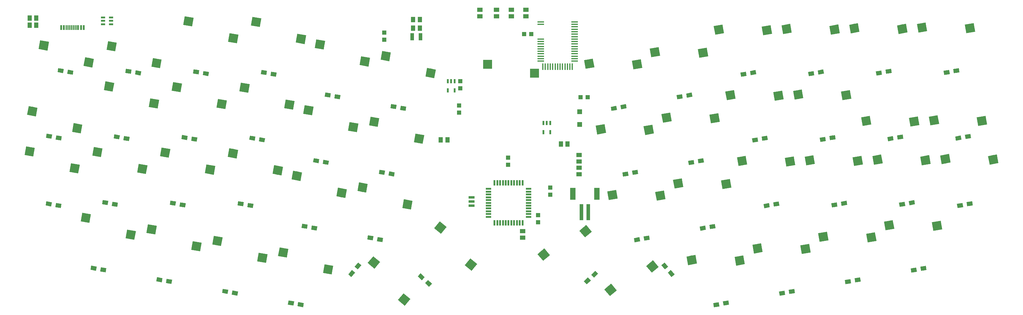
<source format=gbr>
G04 #@! TF.GenerationSoftware,KiCad,Pcbnew,(6.0.0-rc1-dev-1469-g932b9a334)*
G04 #@! TF.CreationDate,2019-08-07T07:36:24-07:00
G04 #@! TF.ProjectId,Laptreus-v2,4c617074-7265-4757-932d-76322e6b6963,rev?*
G04 #@! TF.SameCoordinates,Original*
G04 #@! TF.FileFunction,Paste,Top*
G04 #@! TF.FilePolarity,Positive*
%FSLAX46Y46*%
G04 Gerber Fmt 4.6, Leading zero omitted, Abs format (unit mm)*
G04 Created by KiCad (PCBNEW (6.0.0-rc1-dev-1469-g932b9a334)) date Wednesday, August 07, 2019 at 07:36:24 AM*
%MOMM*%
%LPD*%
G04 APERTURE LIST*
%ADD10R,1.000000X4.600000*%
%ADD11R,1.600000X3.400000*%
%ADD12C,2.500000*%
%ADD13C,0.100000*%
%ADD14R,1.140000X2.030000*%
%ADD15R,0.300000X1.450000*%
%ADD16R,0.600000X1.450000*%
%ADD17R,2.550000X2.500000*%
%ADD18R,1.500000X0.550000*%
%ADD19R,0.550000X1.500000*%
%ADD20R,1.500000X1.300000*%
%ADD21R,1.300000X1.500000*%
%ADD22R,1.300000X1.200000*%
%ADD23R,1.200000X1.300000*%
%ADD24C,1.200000*%
%ADD25R,1.700000X0.700000*%
%ADD26R,0.550000X1.200000*%
%ADD27R,1.200000X0.600000*%
%ADD28R,1.850000X0.450000*%
%ADD29R,0.450000X1.850000*%
%ADD30R,1.400000X1.400000*%
G04 APERTURE END LIST*
D10*
G04 #@! TO.C,X2*
X253761771Y-130944689D03*
X255761771Y-130944689D03*
D11*
X251361771Y-125744689D03*
X258161771Y-125744689D03*
G04 #@! TD*
D12*
G04 #@! TO.C,SW11*
X119855014Y-83547119D03*
D13*
G36*
X121327704Y-82537511D02*
G01*
X120893584Y-84999530D01*
X118382324Y-84556727D01*
X118816444Y-82094708D01*
X121327704Y-82537511D01*
X121327704Y-82537511D01*
G37*
D12*
X132649763Y-88382362D03*
D13*
G36*
X134122453Y-87372754D02*
G01*
X133688333Y-89834773D01*
X131177073Y-89391970D01*
X131611193Y-86929951D01*
X134122453Y-87372754D01*
X134122453Y-87372754D01*
G37*
G04 #@! TD*
D14*
G04 #@! TO.C,F1*
X207936772Y-80819689D03*
X205536772Y-80819689D03*
G04 #@! TD*
D15*
G04 #@! TO.C,J1*
X108912086Y-78251327D03*
X108412086Y-78251327D03*
X107912086Y-78251327D03*
X109412086Y-78251327D03*
X107412086Y-78251327D03*
X109912086Y-78251327D03*
X106912086Y-78251327D03*
X110412086Y-78251327D03*
D16*
X111112086Y-78251327D03*
X106212086Y-78251327D03*
X111887086Y-78251327D03*
X105437086Y-78251327D03*
G04 #@! TD*
D12*
G04 #@! TO.C,SW12*
X100532369Y-83319789D03*
D13*
G36*
X102005059Y-82310181D02*
G01*
X101570939Y-84772200D01*
X99059679Y-84329397D01*
X99493799Y-81867378D01*
X102005059Y-82310181D01*
X102005059Y-82310181D01*
G37*
D12*
X113327118Y-88155032D03*
D13*
G36*
X114799808Y-87145424D02*
G01*
X114365688Y-89607443D01*
X111854428Y-89164640D01*
X112288548Y-86702621D01*
X114799808Y-87145424D01*
X114799808Y-87145424D01*
G37*
G04 #@! TD*
D12*
G04 #@! TO.C,SW47*
X144050414Y-140686684D03*
D13*
G36*
X142577724Y-141696292D02*
G01*
X143011844Y-139234273D01*
X145523104Y-139677076D01*
X145088984Y-142139095D01*
X142577724Y-141696292D01*
X142577724Y-141696292D01*
G37*
D12*
X131255665Y-135851441D03*
D13*
G36*
X129782975Y-136861049D02*
G01*
X130217095Y-134399030D01*
X132728355Y-134841833D01*
X132294235Y-137303852D01*
X129782975Y-136861049D01*
X129782975Y-136861049D01*
G37*
G04 #@! TD*
D12*
G04 #@! TO.C,SW24*
X97235096Y-102126473D03*
D13*
G36*
X98707786Y-101116865D02*
G01*
X98273666Y-103578884D01*
X95762406Y-103136081D01*
X96196526Y-100674062D01*
X98707786Y-101116865D01*
X98707786Y-101116865D01*
G37*
D12*
X110029845Y-106961716D03*
D13*
G36*
X111502535Y-105952108D02*
G01*
X111068415Y-108414127D01*
X108557155Y-107971324D01*
X108991275Y-105509305D01*
X111502535Y-105952108D01*
X111502535Y-105952108D01*
G37*
G04 #@! TD*
D17*
G04 #@! TO.C,SW_RESET2*
X240461772Y-91254688D03*
X227021772Y-88714688D03*
G04 #@! TD*
D12*
G04 #@! TO.C,SW1*
X364598675Y-78405636D03*
D13*
G36*
X363560105Y-79858047D02*
G01*
X363125985Y-77396028D01*
X365637245Y-76953225D01*
X366071365Y-79415244D01*
X363560105Y-79858047D01*
X363560105Y-79858047D01*
G37*
D12*
X350921792Y-78238056D03*
D13*
G36*
X349883222Y-79690467D02*
G01*
X349449102Y-77228448D01*
X351960362Y-76785645D01*
X352394482Y-79247664D01*
X349883222Y-79690467D01*
X349883222Y-79690467D01*
G37*
G04 #@! TD*
D12*
G04 #@! TO.C,SW2*
X345286756Y-78586869D03*
D13*
G36*
X344248186Y-80039280D02*
G01*
X343814066Y-77577261D01*
X346325326Y-77134458D01*
X346759446Y-79596477D01*
X344248186Y-80039280D01*
X344248186Y-80039280D01*
G37*
D12*
X331609873Y-78419289D03*
D13*
G36*
X330571303Y-79871700D02*
G01*
X330137183Y-77409681D01*
X332648443Y-76966878D01*
X333082563Y-79428897D01*
X330571303Y-79871700D01*
X330571303Y-79871700D01*
G37*
G04 #@! TD*
D12*
G04 #@! TO.C,SW3*
X325974835Y-78768103D03*
D13*
G36*
X324936265Y-80220514D02*
G01*
X324502145Y-77758495D01*
X327013405Y-77315692D01*
X327447525Y-79777711D01*
X324936265Y-80220514D01*
X324936265Y-80220514D01*
G37*
D12*
X312297952Y-78600523D03*
D13*
G36*
X311259382Y-80052934D02*
G01*
X310825262Y-77590915D01*
X313336522Y-77148112D01*
X313770642Y-79610131D01*
X311259382Y-80052934D01*
X311259382Y-80052934D01*
G37*
G04 #@! TD*
D12*
G04 #@! TO.C,SW4*
X306662914Y-78949336D03*
D13*
G36*
X305624344Y-80401747D02*
G01*
X305190224Y-77939728D01*
X307701484Y-77496925D01*
X308135604Y-79958944D01*
X305624344Y-80401747D01*
X305624344Y-80401747D01*
G37*
D12*
X292986031Y-78781756D03*
D13*
G36*
X291947461Y-80234167D02*
G01*
X291513341Y-77772148D01*
X294024601Y-77329345D01*
X294458721Y-79791364D01*
X291947461Y-80234167D01*
X291947461Y-80234167D01*
G37*
G04 #@! TD*
D12*
G04 #@! TO.C,SW5*
X288453661Y-85384098D03*
D13*
G36*
X287415091Y-86836509D02*
G01*
X286980971Y-84374490D01*
X289492231Y-83931687D01*
X289926351Y-86393706D01*
X287415091Y-86836509D01*
X287415091Y-86836509D01*
G37*
D12*
X274776778Y-85216518D03*
D13*
G36*
X273738208Y-86668929D02*
G01*
X273304088Y-84206910D01*
X275815348Y-83764107D01*
X276249468Y-86226126D01*
X273738208Y-86668929D01*
X273738208Y-86668929D01*
G37*
G04 #@! TD*
D12*
G04 #@! TO.C,SW6*
X269693072Y-88692095D03*
D13*
G36*
X268654502Y-90144506D02*
G01*
X268220382Y-87682487D01*
X270731642Y-87239684D01*
X271165762Y-89701703D01*
X268654502Y-90144506D01*
X268654502Y-90144506D01*
G37*
D12*
X256016189Y-88524515D03*
D13*
G36*
X254977619Y-89976926D02*
G01*
X254543499Y-87514907D01*
X257054759Y-87072104D01*
X257488879Y-89534123D01*
X254977619Y-89976926D01*
X254977619Y-89976926D01*
G37*
G04 #@! TD*
D12*
G04 #@! TO.C,SW7*
X210807504Y-91202148D03*
D13*
G36*
X209334814Y-92211756D02*
G01*
X209768934Y-89749737D01*
X212280194Y-90192540D01*
X211846074Y-92654559D01*
X209334814Y-92211756D01*
X209334814Y-92211756D01*
G37*
D12*
X198012755Y-86366905D03*
D13*
G36*
X196540065Y-87376513D02*
G01*
X196974185Y-84914494D01*
X199485445Y-85357297D01*
X199051325Y-87819316D01*
X196540065Y-87376513D01*
X196540065Y-87376513D01*
G37*
G04 #@! TD*
D12*
G04 #@! TO.C,SW8*
X192046916Y-87894151D03*
D13*
G36*
X190574226Y-88903759D02*
G01*
X191008346Y-86441740D01*
X193519606Y-86884543D01*
X193085486Y-89346562D01*
X190574226Y-88903759D01*
X190574226Y-88903759D01*
G37*
D12*
X179252167Y-83058908D03*
D13*
G36*
X177779477Y-84068516D02*
G01*
X178213597Y-81606497D01*
X180724857Y-82049300D01*
X180290737Y-84511319D01*
X177779477Y-84068516D01*
X177779477Y-84068516D01*
G37*
G04 #@! TD*
D12*
G04 #@! TO.C,SW9*
X173837661Y-81459389D03*
D13*
G36*
X172364971Y-82468997D02*
G01*
X172799091Y-80006978D01*
X175310351Y-80449781D01*
X174876231Y-82911800D01*
X172364971Y-82468997D01*
X172364971Y-82468997D01*
G37*
D12*
X161042912Y-76624146D03*
D13*
G36*
X159570222Y-77633754D02*
G01*
X160004342Y-75171735D01*
X162515602Y-75614538D01*
X162081482Y-78076557D01*
X159570222Y-77633754D01*
X159570222Y-77633754D01*
G37*
G04 #@! TD*
D12*
G04 #@! TO.C,SW10*
X154525742Y-81278155D03*
D13*
G36*
X153053052Y-82287763D02*
G01*
X153487172Y-79825744D01*
X155998432Y-80268547D01*
X155564312Y-82730566D01*
X153053052Y-82287763D01*
X153053052Y-82287763D01*
G37*
D12*
X141730993Y-76442912D03*
D13*
G36*
X140258303Y-77452520D02*
G01*
X140692423Y-74990501D01*
X143203683Y-75433304D01*
X142769563Y-77895323D01*
X140258303Y-77452520D01*
X140258303Y-77452520D01*
G37*
G04 #@! TD*
D12*
G04 #@! TO.C,SW13*
X354312133Y-104721677D03*
D13*
G36*
X355350703Y-103269266D02*
G01*
X355784823Y-105731285D01*
X353273563Y-106174088D01*
X352839443Y-103712069D01*
X355350703Y-103269266D01*
X355350703Y-103269266D01*
G37*
D12*
X367989016Y-104889257D03*
D13*
G36*
X369027586Y-103436846D02*
G01*
X369461706Y-105898865D01*
X366950446Y-106341668D01*
X366516326Y-103879649D01*
X369027586Y-103436846D01*
X369027586Y-103436846D01*
G37*
G04 #@! TD*
D12*
G04 #@! TO.C,SW14*
X335000211Y-104902908D03*
D13*
G36*
X336038781Y-103450497D02*
G01*
X336472901Y-105912516D01*
X333961641Y-106355319D01*
X333527521Y-103893300D01*
X336038781Y-103450497D01*
X336038781Y-103450497D01*
G37*
D12*
X348677094Y-105070488D03*
D13*
G36*
X349715664Y-103618077D02*
G01*
X350149784Y-106080096D01*
X347638524Y-106522899D01*
X347204404Y-104060880D01*
X349715664Y-103618077D01*
X349715664Y-103618077D01*
G37*
G04 #@! TD*
D12*
G04 #@! TO.C,SW15*
X329282834Y-97528689D03*
D13*
G36*
X328244264Y-98981100D02*
G01*
X327810144Y-96519081D01*
X330321404Y-96076278D01*
X330755524Y-98538297D01*
X328244264Y-98981100D01*
X328244264Y-98981100D01*
G37*
D12*
X315605951Y-97361109D03*
D13*
G36*
X314567381Y-98813520D02*
G01*
X314133261Y-96351501D01*
X316644521Y-95908698D01*
X317078641Y-98370717D01*
X314567381Y-98813520D01*
X314567381Y-98813520D01*
G37*
G04 #@! TD*
D12*
G04 #@! TO.C,SW16*
X309970912Y-97709923D03*
D13*
G36*
X308932342Y-99162334D02*
G01*
X308498222Y-96700315D01*
X311009482Y-96257512D01*
X311443602Y-98719531D01*
X308932342Y-99162334D01*
X308932342Y-99162334D01*
G37*
D12*
X296294029Y-97542343D03*
D13*
G36*
X295255459Y-98994754D02*
G01*
X294821339Y-96532735D01*
X297332599Y-96089932D01*
X297766719Y-98551951D01*
X295255459Y-98994754D01*
X295255459Y-98994754D01*
G37*
G04 #@! TD*
D12*
G04 #@! TO.C,SW17*
X291761657Y-104144686D03*
D13*
G36*
X290723087Y-105597097D02*
G01*
X290288967Y-103135078D01*
X292800227Y-102692275D01*
X293234347Y-105154294D01*
X290723087Y-105597097D01*
X290723087Y-105597097D01*
G37*
D12*
X278084774Y-103977106D03*
D13*
G36*
X277046204Y-105429517D02*
G01*
X276612084Y-102967498D01*
X279123344Y-102524695D01*
X279557464Y-104986714D01*
X277046204Y-105429517D01*
X277046204Y-105429517D01*
G37*
G04 #@! TD*
D12*
G04 #@! TO.C,SW18*
X273001070Y-107452684D03*
D13*
G36*
X271962500Y-108905095D02*
G01*
X271528380Y-106443076D01*
X274039640Y-106000273D01*
X274473760Y-108462292D01*
X271962500Y-108905095D01*
X271962500Y-108905095D01*
G37*
D12*
X259324187Y-107285104D03*
D13*
G36*
X258285617Y-108737515D02*
G01*
X257851497Y-106275496D01*
X260362757Y-105832693D01*
X260796877Y-108294712D01*
X258285617Y-108737515D01*
X258285617Y-108737515D01*
G37*
G04 #@! TD*
D12*
G04 #@! TO.C,SW19*
X207499506Y-109962736D03*
D13*
G36*
X206026816Y-110972344D02*
G01*
X206460936Y-108510325D01*
X208972196Y-108953128D01*
X208538076Y-111415147D01*
X206026816Y-110972344D01*
X206026816Y-110972344D01*
G37*
D12*
X194704757Y-105127493D03*
D13*
G36*
X193232067Y-106137101D02*
G01*
X193666187Y-103675082D01*
X196177447Y-104117885D01*
X195743327Y-106579904D01*
X193232067Y-106137101D01*
X193232067Y-106137101D01*
G37*
G04 #@! TD*
D12*
G04 #@! TO.C,SW20*
X188738920Y-106654737D03*
D13*
G36*
X187266230Y-107664345D02*
G01*
X187700350Y-105202326D01*
X190211610Y-105645129D01*
X189777490Y-108107148D01*
X187266230Y-107664345D01*
X187266230Y-107664345D01*
G37*
D12*
X175944171Y-101819494D03*
D13*
G36*
X174471481Y-102829102D02*
G01*
X174905601Y-100367083D01*
X177416861Y-100809886D01*
X176982741Y-103271905D01*
X174471481Y-102829102D01*
X174471481Y-102829102D01*
G37*
G04 #@! TD*
D12*
G04 #@! TO.C,SW21*
X170529664Y-100219977D03*
D13*
G36*
X169056974Y-101229585D02*
G01*
X169491094Y-98767566D01*
X172002354Y-99210369D01*
X171568234Y-101672388D01*
X169056974Y-101229585D01*
X169056974Y-101229585D01*
G37*
D12*
X157734915Y-95384734D03*
D13*
G36*
X156262225Y-96394342D02*
G01*
X156696345Y-93932323D01*
X159207605Y-94375126D01*
X158773485Y-96837145D01*
X156262225Y-96394342D01*
X156262225Y-96394342D01*
G37*
G04 #@! TD*
D12*
G04 #@! TO.C,SW22*
X151217745Y-100038742D03*
D13*
G36*
X149745055Y-101048350D02*
G01*
X150179175Y-98586331D01*
X152690435Y-99029134D01*
X152256315Y-101491153D01*
X149745055Y-101048350D01*
X149745055Y-101048350D01*
G37*
D12*
X138422996Y-95203499D03*
D13*
G36*
X136950306Y-96213107D02*
G01*
X137384426Y-93751088D01*
X139895686Y-94193891D01*
X139461566Y-96655910D01*
X136950306Y-96213107D01*
X136950306Y-96213107D01*
G37*
G04 #@! TD*
D12*
G04 #@! TO.C,SW23*
X131905822Y-99857510D03*
D13*
G36*
X130433132Y-100867118D02*
G01*
X130867252Y-98405099D01*
X133378512Y-98847902D01*
X132944392Y-101309921D01*
X130433132Y-100867118D01*
X130433132Y-100867118D01*
G37*
D12*
X119111073Y-95022267D03*
D13*
G36*
X117638383Y-96031875D02*
G01*
X118072503Y-93569856D01*
X120583763Y-94012659D01*
X120149643Y-96474678D01*
X117638383Y-96031875D01*
X117638383Y-96031875D01*
G37*
G04 #@! TD*
D12*
G04 #@! TO.C,SW25*
X371214675Y-115926811D03*
D13*
G36*
X370176105Y-117379222D02*
G01*
X369741985Y-114917203D01*
X372253245Y-114474400D01*
X372687365Y-116936419D01*
X370176105Y-117379222D01*
X370176105Y-117379222D01*
G37*
D12*
X357537792Y-115759231D03*
D13*
G36*
X356499222Y-117211642D02*
G01*
X356065102Y-114749623D01*
X358576362Y-114306820D01*
X359010482Y-116768839D01*
X356499222Y-117211642D01*
X356499222Y-117211642D01*
G37*
G04 #@! TD*
D12*
G04 #@! TO.C,SW26*
X351902751Y-116108045D03*
D13*
G36*
X350864181Y-117560456D02*
G01*
X350430061Y-115098437D01*
X352941321Y-114655634D01*
X353375441Y-117117653D01*
X350864181Y-117560456D01*
X350864181Y-117560456D01*
G37*
D12*
X338225868Y-115940465D03*
D13*
G36*
X337187298Y-117392876D02*
G01*
X336753178Y-114930857D01*
X339264438Y-114488054D01*
X339698558Y-116950073D01*
X337187298Y-117392876D01*
X337187298Y-117392876D01*
G37*
G04 #@! TD*
D12*
G04 #@! TO.C,SW27*
X332590830Y-116289278D03*
D13*
G36*
X331552260Y-117741689D02*
G01*
X331118140Y-115279670D01*
X333629400Y-114836867D01*
X334063520Y-117298886D01*
X331552260Y-117741689D01*
X331552260Y-117741689D01*
G37*
D12*
X318913947Y-116121698D03*
D13*
G36*
X317875377Y-117574109D02*
G01*
X317441257Y-115112090D01*
X319952517Y-114669287D01*
X320386637Y-117131306D01*
X317875377Y-117574109D01*
X317875377Y-117574109D01*
G37*
G04 #@! TD*
D12*
G04 #@! TO.C,SW28*
X313278912Y-116470511D03*
D13*
G36*
X312240342Y-117922922D02*
G01*
X311806222Y-115460903D01*
X314317482Y-115018100D01*
X314751602Y-117480119D01*
X312240342Y-117922922D01*
X312240342Y-117922922D01*
G37*
D12*
X299602029Y-116302931D03*
D13*
G36*
X298563459Y-117755342D02*
G01*
X298129339Y-115293323D01*
X300640599Y-114850520D01*
X301074719Y-117312539D01*
X298563459Y-117755342D01*
X298563459Y-117755342D01*
G37*
G04 #@! TD*
D12*
G04 #@! TO.C,SW29*
X295069656Y-122905273D03*
D13*
G36*
X294031086Y-124357684D02*
G01*
X293596966Y-121895665D01*
X296108226Y-121452862D01*
X296542346Y-123914881D01*
X294031086Y-124357684D01*
X294031086Y-124357684D01*
G37*
D12*
X281392773Y-122737693D03*
D13*
G36*
X280354203Y-124190104D02*
G01*
X279920083Y-121728085D01*
X282431343Y-121285282D01*
X282865463Y-123747301D01*
X280354203Y-124190104D01*
X280354203Y-124190104D01*
G37*
G04 #@! TD*
D12*
G04 #@! TO.C,SW30*
X276309067Y-126213270D03*
D13*
G36*
X275270497Y-127665681D02*
G01*
X274836377Y-125203662D01*
X277347637Y-124760859D01*
X277781757Y-127222878D01*
X275270497Y-127665681D01*
X275270497Y-127665681D01*
G37*
D12*
X262632184Y-126045690D03*
D13*
G36*
X261593614Y-127498101D02*
G01*
X261159494Y-125036082D01*
X263670754Y-124593279D01*
X264104874Y-127055298D01*
X261593614Y-127498101D01*
X261593614Y-127498101D01*
G37*
G04 #@! TD*
D12*
G04 #@! TO.C,SW31*
X204191508Y-128723325D03*
D13*
G36*
X202718818Y-129732933D02*
G01*
X203152938Y-127270914D01*
X205664198Y-127713717D01*
X205230078Y-130175736D01*
X202718818Y-129732933D01*
X202718818Y-129732933D01*
G37*
D12*
X191396759Y-123888082D03*
D13*
G36*
X189924069Y-124897690D02*
G01*
X190358189Y-122435671D01*
X192869449Y-122878474D01*
X192435329Y-125340493D01*
X189924069Y-124897690D01*
X189924069Y-124897690D01*
G37*
G04 #@! TD*
D12*
G04 #@! TO.C,SW32*
X185430922Y-125415327D03*
D13*
G36*
X183958232Y-126424935D02*
G01*
X184392352Y-123962916D01*
X186903612Y-124405719D01*
X186469492Y-126867738D01*
X183958232Y-126424935D01*
X183958232Y-126424935D01*
G37*
D12*
X172636173Y-120580084D03*
D13*
G36*
X171163483Y-121589692D02*
G01*
X171597603Y-119127673D01*
X174108863Y-119570476D01*
X173674743Y-122032495D01*
X171163483Y-121589692D01*
X171163483Y-121589692D01*
G37*
G04 #@! TD*
D12*
G04 #@! TO.C,SW33*
X167221665Y-118980564D03*
D13*
G36*
X165748975Y-119990172D02*
G01*
X166183095Y-117528153D01*
X168694355Y-117970956D01*
X168260235Y-120432975D01*
X165748975Y-119990172D01*
X165748975Y-119990172D01*
G37*
D12*
X154426916Y-114145321D03*
D13*
G36*
X152954226Y-115154929D02*
G01*
X153388346Y-112692910D01*
X155899606Y-113135713D01*
X155465486Y-115597732D01*
X152954226Y-115154929D01*
X152954226Y-115154929D01*
G37*
G04 #@! TD*
D12*
G04 #@! TO.C,SW34*
X147909745Y-118799331D03*
D13*
G36*
X146437055Y-119808939D02*
G01*
X146871175Y-117346920D01*
X149382435Y-117789723D01*
X148948315Y-120251742D01*
X146437055Y-119808939D01*
X146437055Y-119808939D01*
G37*
D12*
X135114996Y-113964088D03*
D13*
G36*
X133642306Y-114973696D02*
G01*
X134076426Y-112511677D01*
X136587686Y-112954480D01*
X136153566Y-115416499D01*
X133642306Y-114973696D01*
X133642306Y-114973696D01*
G37*
G04 #@! TD*
D12*
G04 #@! TO.C,SW37*
X355210749Y-134868633D03*
D13*
G36*
X354172179Y-136321044D02*
G01*
X353738059Y-133859025D01*
X356249319Y-133416222D01*
X356683439Y-135878241D01*
X354172179Y-136321044D01*
X354172179Y-136321044D01*
G37*
D12*
X341533866Y-134701053D03*
D13*
G36*
X340495296Y-136153464D02*
G01*
X340061176Y-133691445D01*
X342572436Y-133248642D01*
X343006556Y-135710661D01*
X340495296Y-136153464D01*
X340495296Y-136153464D01*
G37*
G04 #@! TD*
D12*
G04 #@! TO.C,SW38*
X336450162Y-138176630D03*
D13*
G36*
X335411592Y-139629041D02*
G01*
X334977472Y-137167022D01*
X337488732Y-136724219D01*
X337922852Y-139186238D01*
X335411592Y-139629041D01*
X335411592Y-139629041D01*
G37*
D12*
X322773279Y-138009050D03*
D13*
G36*
X321734709Y-139461461D02*
G01*
X321300589Y-136999442D01*
X323811849Y-136556639D01*
X324245969Y-139018658D01*
X321734709Y-139461461D01*
X321734709Y-139461461D01*
G37*
G04 #@! TD*
D12*
G04 #@! TO.C,SW39*
X317689574Y-141484627D03*
D13*
G36*
X316651004Y-142937038D02*
G01*
X316216884Y-140475019D01*
X318728144Y-140032216D01*
X319162264Y-142494235D01*
X316651004Y-142937038D01*
X316651004Y-142937038D01*
G37*
D12*
X304012691Y-141317047D03*
D13*
G36*
X302974121Y-142769458D02*
G01*
X302540001Y-140307439D01*
X305051261Y-139864636D01*
X305485381Y-142326655D01*
X302974121Y-142769458D01*
X302974121Y-142769458D01*
G37*
G04 #@! TD*
D12*
G04 #@! TO.C,SW40*
X298928989Y-144792625D03*
D13*
G36*
X297890419Y-146245036D02*
G01*
X297456299Y-143783017D01*
X299967559Y-143340214D01*
X300401679Y-145802233D01*
X297890419Y-146245036D01*
X297890419Y-146245036D01*
G37*
D12*
X285252106Y-144625045D03*
D13*
G36*
X284213536Y-146077456D02*
G01*
X283779416Y-143615437D01*
X286290676Y-143172634D01*
X286724796Y-145634653D01*
X284213536Y-146077456D01*
X284213536Y-146077456D01*
G37*
G04 #@! TD*
D12*
G04 #@! TO.C,SW41*
X274009739Y-146463257D03*
D13*
G36*
X273836517Y-148240367D02*
G01*
X272229548Y-146325256D01*
X274182961Y-144686147D01*
X275789930Y-146601258D01*
X273836517Y-148240367D01*
X273836517Y-148240367D01*
G37*
D12*
X262081421Y-153156570D03*
D13*
G36*
X261908199Y-154933680D02*
G01*
X260301230Y-153018569D01*
X262254643Y-151379460D01*
X263861612Y-153294571D01*
X261908199Y-154933680D01*
X261908199Y-154933680D01*
G37*
G04 #@! TD*
D12*
G04 #@! TO.C,SW42*
X255009333Y-136398448D03*
D13*
G36*
X254836111Y-138175558D02*
G01*
X253229142Y-136260447D01*
X255182555Y-134621338D01*
X256789524Y-136536449D01*
X254836111Y-138175558D01*
X254836111Y-138175558D01*
G37*
D12*
X243081015Y-143091761D03*
D13*
G36*
X242907793Y-144868871D02*
G01*
X241300824Y-142953760D01*
X243254237Y-141314651D01*
X244861206Y-143229762D01*
X242907793Y-144868871D01*
X242907793Y-144868871D01*
G37*
G04 #@! TD*
D12*
G04 #@! TO.C,SW44*
X203275092Y-155910218D03*
D13*
G36*
X201494901Y-156048219D02*
G01*
X203101870Y-154133108D01*
X205055283Y-155772217D01*
X203448314Y-157687328D01*
X201494901Y-156048219D01*
X201494901Y-156048219D01*
G37*
D12*
X194612135Y-145325400D03*
D13*
G36*
X192831944Y-145463401D02*
G01*
X194438913Y-143548290D01*
X196392326Y-145187399D01*
X194785357Y-147102510D01*
X192831944Y-145463401D01*
X192831944Y-145463401D01*
G37*
G04 #@! TD*
D12*
G04 #@! TO.C,SW45*
X181571590Y-147302679D03*
D13*
G36*
X180098900Y-148312287D02*
G01*
X180533020Y-145850268D01*
X183044280Y-146293071D01*
X182610160Y-148755090D01*
X180098900Y-148312287D01*
X180098900Y-148312287D01*
G37*
D12*
X168776841Y-142467436D03*
D13*
G36*
X167304151Y-143477044D02*
G01*
X167738271Y-141015025D01*
X170249531Y-141457828D01*
X169815411Y-143919847D01*
X167304151Y-143477044D01*
X167304151Y-143477044D01*
G37*
G04 #@! TD*
D12*
G04 #@! TO.C,SW46*
X162811003Y-143994681D03*
D13*
G36*
X161338313Y-145004289D02*
G01*
X161772433Y-142542270D01*
X164283693Y-142985073D01*
X163849573Y-145447092D01*
X161338313Y-145004289D01*
X161338313Y-145004289D01*
G37*
D12*
X150016254Y-139159438D03*
D13*
G36*
X148543564Y-140169046D02*
G01*
X148977684Y-137707027D01*
X151488944Y-138149830D01*
X151054824Y-140611849D01*
X148543564Y-140169046D01*
X148543564Y-140169046D01*
G37*
G04 #@! TD*
D12*
G04 #@! TO.C,SW43*
X222275135Y-145943890D03*
D13*
G36*
X220494944Y-146081891D02*
G01*
X222101913Y-144166780D01*
X224055326Y-145805889D01*
X222448357Y-147721000D01*
X220494944Y-146081891D01*
X220494944Y-146081891D01*
G37*
D12*
X213612178Y-135359072D03*
D13*
G36*
X211831987Y-135497073D02*
G01*
X213438956Y-133581962D01*
X215392369Y-135221071D01*
X213785400Y-137136182D01*
X211831987Y-135497073D01*
X211831987Y-135497073D01*
G37*
G04 #@! TD*
D12*
G04 #@! TO.C,SW36*
X109285906Y-118436864D03*
D13*
G36*
X107813216Y-119446472D02*
G01*
X108247336Y-116984453D01*
X110758596Y-117427256D01*
X110324476Y-119889275D01*
X107813216Y-119446472D01*
X107813216Y-119446472D01*
G37*
D12*
X96491157Y-113601621D03*
D13*
G36*
X95018467Y-114611229D02*
G01*
X95452587Y-112149210D01*
X97963847Y-112592013D01*
X97529727Y-115054032D01*
X95018467Y-114611229D01*
X95018467Y-114611229D01*
G37*
G04 #@! TD*
D12*
G04 #@! TO.C,SW48*
X125289827Y-137378685D03*
D13*
G36*
X123817137Y-138388293D02*
G01*
X124251257Y-135926274D01*
X126762517Y-136369077D01*
X126328397Y-138831096D01*
X123817137Y-138388293D01*
X123817137Y-138388293D01*
G37*
D12*
X112495078Y-132543442D03*
D13*
G36*
X111022388Y-133553050D02*
G01*
X111456508Y-131091031D01*
X113967768Y-131533834D01*
X113533648Y-133995853D01*
X111022388Y-133553050D01*
X111022388Y-133553050D01*
G37*
G04 #@! TD*
D12*
G04 #@! TO.C,SW35*
X128597825Y-118618099D03*
D13*
G36*
X127125135Y-119627707D02*
G01*
X127559255Y-117165688D01*
X130070515Y-117608491D01*
X129636395Y-120070510D01*
X127125135Y-119627707D01*
X127125135Y-119627707D01*
G37*
D12*
X115803076Y-113782856D03*
D13*
G36*
X114330386Y-114792464D02*
G01*
X114764506Y-112330445D01*
X117275766Y-112773248D01*
X116841646Y-115235267D01*
X114330386Y-114792464D01*
X114330386Y-114792464D01*
G37*
G04 #@! TD*
D18*
G04 #@! TO.C,IC1*
X238711773Y-124298168D03*
X238711773Y-125098168D03*
X238711773Y-125898168D03*
X238711773Y-126698168D03*
X238711773Y-127498168D03*
X238711773Y-128298168D03*
X238711773Y-129098168D03*
X238711773Y-129898168D03*
X238711773Y-130698168D03*
X238711773Y-131498168D03*
X238711773Y-132298168D03*
D19*
X237011773Y-133998168D03*
X236211773Y-133998168D03*
X235411773Y-133998168D03*
X234611773Y-133998168D03*
X233811773Y-133998168D03*
X233011773Y-133998168D03*
X232211773Y-133998168D03*
X231411773Y-133998168D03*
X230611773Y-133998168D03*
X229811773Y-133998168D03*
X229011773Y-133998168D03*
D18*
X227311773Y-132298168D03*
X227311773Y-131498168D03*
X227311773Y-130698168D03*
X227311773Y-129898168D03*
X227311773Y-129098168D03*
X227311773Y-128298168D03*
X227311773Y-127498168D03*
X227311773Y-126698168D03*
X227311773Y-125898168D03*
X227311773Y-125098168D03*
X227311773Y-124298168D03*
D19*
X229011773Y-122598168D03*
X229811773Y-122598168D03*
X230611773Y-122598168D03*
X231411773Y-122598168D03*
X232211773Y-122598168D03*
X233011773Y-122598168D03*
X233811773Y-122598168D03*
X234611773Y-122598168D03*
X235411773Y-122598168D03*
X236211773Y-122598168D03*
X237011773Y-122598168D03*
G04 #@! TD*
D20*
G04 #@! TO.C,R13*
X229608295Y-73097334D03*
X229608295Y-74997334D03*
G04 #@! TD*
D21*
G04 #@! TO.C,R2*
X215586772Y-110319689D03*
X213686772Y-110319689D03*
G04 #@! TD*
D20*
G04 #@! TO.C,R7*
X237958293Y-75022332D03*
X237958293Y-73122332D03*
G04 #@! TD*
G04 #@! TO.C,R6*
X233808295Y-74997334D03*
X233808295Y-73097334D03*
G04 #@! TD*
G04 #@! TO.C,R5*
X253081592Y-118230891D03*
X253081592Y-120130891D03*
G04 #@! TD*
G04 #@! TO.C,R4*
X253081592Y-114580890D03*
X253081592Y-116480890D03*
G04 #@! TD*
D21*
G04 #@! TO.C,R3*
X247961772Y-111444689D03*
X249861772Y-111444689D03*
G04 #@! TD*
D20*
G04 #@! TO.C,R1*
X224861772Y-75019689D03*
X224861772Y-73119689D03*
G04 #@! TD*
D21*
G04 #@! TO.C,R8*
X207711772Y-75894689D03*
X205811772Y-75894689D03*
G04 #@! TD*
G04 #@! TO.C,R12*
X96461773Y-75494690D03*
X98361773Y-75494690D03*
G04 #@! TD*
G04 #@! TO.C,R11*
X98361772Y-77494688D03*
X96461772Y-77494688D03*
G04 #@! TD*
D20*
G04 #@! TO.C,R10*
X237076531Y-138262203D03*
X237076531Y-136362203D03*
G04 #@! TD*
D21*
G04 #@! TO.C,R9*
X205811772Y-78419689D03*
X207711772Y-78419689D03*
G04 #@! TD*
D22*
G04 #@! TO.C,C1*
X219261772Y-93503689D03*
X219261772Y-95535689D03*
G04 #@! TD*
G04 #@! TO.C,C3*
X218936772Y-100478689D03*
X218936772Y-102510689D03*
G04 #@! TD*
G04 #@! TO.C,C4*
X241436772Y-133810689D03*
X241436772Y-131778689D03*
G04 #@! TD*
G04 #@! TO.C,C20*
X197611772Y-81685689D03*
X197611772Y-79653689D03*
G04 #@! TD*
G04 #@! TO.C,C6*
X244936772Y-125919689D03*
X244936772Y-123887689D03*
G04 #@! TD*
D23*
G04 #@! TO.C,C5*
X253545772Y-98144689D03*
X255577772Y-98144689D03*
G04 #@! TD*
G04 #@! TO.C,C2*
X237420772Y-80069689D03*
X239452772Y-80069689D03*
G04 #@! TD*
D22*
G04 #@! TO.C,C7*
X232911772Y-117410688D03*
X232911772Y-115378688D03*
G04 #@! TD*
D24*
G04 #@! TO.C,D42*
X257559484Y-148698483D03*
D13*
G36*
X257743952Y-147715644D02*
G01*
X258554660Y-148600377D01*
X257375016Y-149681322D01*
X256564308Y-148796589D01*
X257743952Y-147715644D01*
X257743952Y-147715644D01*
G37*
D24*
X255495108Y-150590135D03*
D13*
G36*
X255679576Y-149607296D02*
G01*
X256490284Y-150492029D01*
X255310640Y-151572974D01*
X254499932Y-150688241D01*
X255679576Y-149607296D01*
X255679576Y-149607296D01*
G37*
G04 #@! TD*
D24*
G04 #@! TO.C,D9*
X166020824Y-91526196D03*
D13*
G36*
X166912859Y-91074230D02*
G01*
X166704481Y-92255999D01*
X165128789Y-91978162D01*
X165337167Y-90796393D01*
X166912859Y-91074230D01*
X166912859Y-91074230D01*
G37*
D24*
X163263362Y-91039982D03*
D13*
G36*
X164155397Y-90588016D02*
G01*
X163947019Y-91769785D01*
X162371327Y-91491948D01*
X162579705Y-90310179D01*
X164155397Y-90588016D01*
X164155397Y-90588016D01*
G37*
G04 #@! TD*
D24*
G04 #@! TO.C,D36*
X104669692Y-129068028D03*
D13*
G36*
X105561727Y-128616062D02*
G01*
X105353349Y-129797831D01*
X103777657Y-129519994D01*
X103986035Y-128338225D01*
X105561727Y-128616062D01*
X105561727Y-128616062D01*
G37*
D24*
X101912230Y-128581814D03*
D13*
G36*
X102804265Y-128129848D02*
G01*
X102595887Y-129311617D01*
X101020195Y-129033780D01*
X101228573Y-127852011D01*
X102804265Y-128129848D01*
X102804265Y-128129848D01*
G37*
G04 #@! TD*
D24*
G04 #@! TO.C,D25*
X364505596Y-128554930D03*
D13*
G36*
X365189253Y-127825127D02*
G01*
X365397631Y-129006896D01*
X363821939Y-129284733D01*
X363613561Y-128102964D01*
X365189253Y-127825127D01*
X365189253Y-127825127D01*
G37*
D24*
X361748134Y-129041144D03*
D13*
G36*
X362431791Y-128311341D02*
G01*
X362640169Y-129493110D01*
X361064477Y-129770947D01*
X360856099Y-128589178D01*
X362431791Y-128311341D01*
X362431791Y-128311341D01*
G37*
G04 #@! TD*
D24*
G04 #@! TO.C,D24*
X104777066Y-109743084D03*
D13*
G36*
X105669101Y-109291118D02*
G01*
X105460723Y-110472887D01*
X103885031Y-110195050D01*
X104093409Y-109013281D01*
X105669101Y-109291118D01*
X105669101Y-109291118D01*
G37*
D24*
X102019604Y-109256870D03*
D13*
G36*
X102911639Y-108804904D02*
G01*
X102703261Y-109986673D01*
X101127569Y-109708836D01*
X101335947Y-108527067D01*
X102911639Y-108804904D01*
X102911639Y-108804904D01*
G37*
G04 #@! TD*
D24*
G04 #@! TO.C,D13*
X364004300Y-109299445D03*
D13*
G36*
X364687957Y-108569642D02*
G01*
X364896335Y-109751411D01*
X363320643Y-110029248D01*
X363112265Y-108847479D01*
X364687957Y-108569642D01*
X364687957Y-108569642D01*
G37*
D24*
X361246838Y-109785659D03*
D13*
G36*
X361930495Y-109055856D02*
G01*
X362138873Y-110237625D01*
X360563181Y-110515462D01*
X360354803Y-109333693D01*
X361930495Y-109055856D01*
X361930495Y-109055856D01*
G37*
G04 #@! TD*
D24*
G04 #@! TO.C,D12*
X108085062Y-90982496D03*
D13*
G36*
X108977097Y-90530530D02*
G01*
X108768719Y-91712299D01*
X107193027Y-91434462D01*
X107401405Y-90252693D01*
X108977097Y-90530530D01*
X108977097Y-90530530D01*
G37*
D24*
X105327600Y-90496282D03*
D13*
G36*
X106219635Y-90044316D02*
G01*
X106011257Y-91226085D01*
X104435565Y-90948248D01*
X104643943Y-89766479D01*
X106219635Y-90044316D01*
X106219635Y-90044316D01*
G37*
G04 #@! TD*
D24*
G04 #@! TO.C,D1*
X360696304Y-90538857D03*
D13*
G36*
X361379961Y-89809054D02*
G01*
X361588339Y-90990823D01*
X360012647Y-91268660D01*
X359804269Y-90086891D01*
X361379961Y-89809054D01*
X361379961Y-89809054D01*
G37*
D24*
X357938842Y-91025071D03*
D13*
G36*
X358622499Y-90295268D02*
G01*
X358830877Y-91477037D01*
X357255185Y-91754874D01*
X357046807Y-90573105D01*
X358622499Y-90295268D01*
X358622499Y-90295268D01*
G37*
G04 #@! TD*
D24*
G04 #@! TO.C,D48*
X117472992Y-147445493D03*
D13*
G36*
X118365027Y-146993527D02*
G01*
X118156649Y-148175296D01*
X116580957Y-147897459D01*
X116789335Y-146715690D01*
X118365027Y-146993527D01*
X118365027Y-146993527D01*
G37*
D24*
X114715530Y-146959279D03*
D13*
G36*
X115607565Y-146507313D02*
G01*
X115399187Y-147689082D01*
X113823495Y-147411245D01*
X114031873Y-146229476D01*
X115607565Y-146507313D01*
X115607565Y-146507313D01*
G37*
G04 #@! TD*
D24*
G04 #@! TO.C,D18*
X269098695Y-119585905D03*
D13*
G36*
X269782352Y-118856102D02*
G01*
X269990730Y-120037871D01*
X268415038Y-120315708D01*
X268206660Y-119133939D01*
X269782352Y-118856102D01*
X269782352Y-118856102D01*
G37*
D24*
X266341233Y-120072119D03*
D13*
G36*
X267024890Y-119342316D02*
G01*
X267233268Y-120524085D01*
X265657576Y-120801922D01*
X265449198Y-119620153D01*
X267024890Y-119342316D01*
X267024890Y-119342316D01*
G37*
G04 #@! TD*
D24*
G04 #@! TO.C,D17*
X287859284Y-116277908D03*
D13*
G36*
X288542941Y-115548105D02*
G01*
X288751319Y-116729874D01*
X287175627Y-117007711D01*
X286967249Y-115825942D01*
X288542941Y-115548105D01*
X288542941Y-115548105D01*
G37*
D24*
X285101822Y-116764122D03*
D13*
G36*
X285785479Y-116034319D02*
G01*
X285993857Y-117216088D01*
X284418165Y-117493925D01*
X284209787Y-116312156D01*
X285785479Y-116034319D01*
X285785479Y-116034319D01*
G37*
G04 #@! TD*
D24*
G04 #@! TO.C,D43*
X210192916Y-151300677D03*
D13*
G36*
X211188092Y-151398783D02*
G01*
X210377384Y-152283516D01*
X209197740Y-151202571D01*
X210008448Y-150317838D01*
X211188092Y-151398783D01*
X211188092Y-151398783D01*
G37*
D24*
X208128540Y-149409025D03*
D13*
G36*
X209123716Y-149507131D02*
G01*
X208313008Y-150391864D01*
X207133364Y-149310919D01*
X207944072Y-148426186D01*
X209123716Y-149507131D01*
X209123716Y-149507131D01*
G37*
G04 #@! TD*
D24*
G04 #@! TO.C,D35*
X120780988Y-128684906D03*
D13*
G36*
X121673023Y-128232940D02*
G01*
X121464645Y-129414709D01*
X119888953Y-129136872D01*
X120097331Y-127955103D01*
X121673023Y-128232940D01*
X121673023Y-128232940D01*
G37*
D24*
X118023526Y-128198692D03*
D13*
G36*
X118915561Y-127746726D02*
G01*
X118707183Y-128928495D01*
X117131491Y-128650658D01*
X117339869Y-127468889D01*
X118915561Y-127746726D01*
X118915561Y-127746726D01*
G37*
G04 #@! TD*
D24*
G04 #@! TO.C,D23*
X124088986Y-109924316D03*
D13*
G36*
X124981021Y-109472350D02*
G01*
X124772643Y-110654119D01*
X123196951Y-110376282D01*
X123405329Y-109194513D01*
X124981021Y-109472350D01*
X124981021Y-109472350D01*
G37*
D24*
X121331524Y-109438102D03*
D13*
G36*
X122223559Y-108986136D02*
G01*
X122015181Y-110167905D01*
X120439489Y-109890068D01*
X120647867Y-108708299D01*
X122223559Y-108986136D01*
X122223559Y-108986136D01*
G37*
G04 #@! TD*
D24*
G04 #@! TO.C,D10*
X146708904Y-91344963D03*
D13*
G36*
X147600939Y-90892997D02*
G01*
X147392561Y-92074766D01*
X145816869Y-91796929D01*
X146025247Y-90615160D01*
X147600939Y-90892997D01*
X147600939Y-90892997D01*
G37*
D24*
X143951442Y-90858749D03*
D13*
G36*
X144843477Y-90406783D02*
G01*
X144635099Y-91588552D01*
X143059407Y-91310715D01*
X143267785Y-90128946D01*
X144843477Y-90406783D01*
X144843477Y-90406783D01*
G37*
G04 #@! TD*
D24*
G04 #@! TO.C,D40*
X295026612Y-156925847D03*
D13*
G36*
X295710269Y-156196044D02*
G01*
X295918647Y-157377813D01*
X294342955Y-157655650D01*
X294134577Y-156473881D01*
X295710269Y-156196044D01*
X295710269Y-156196044D01*
G37*
D24*
X292269150Y-157412061D03*
D13*
G36*
X292952807Y-156682258D02*
G01*
X293161185Y-157864027D01*
X291585493Y-158141864D01*
X291377115Y-156960095D01*
X292952807Y-156682258D01*
X292952807Y-156682258D01*
G37*
G04 #@! TD*
D24*
G04 #@! TO.C,D38*
X332547787Y-150309852D03*
D13*
G36*
X333231444Y-149580049D02*
G01*
X333439822Y-150761818D01*
X331864130Y-151039655D01*
X331655752Y-149857886D01*
X333231444Y-149580049D01*
X333231444Y-149580049D01*
G37*
D24*
X329790325Y-150796066D03*
D13*
G36*
X330473982Y-150066263D02*
G01*
X330682360Y-151248032D01*
X329106668Y-151525869D01*
X328898290Y-150344100D01*
X330473982Y-150066263D01*
X330473982Y-150066263D01*
G37*
G04 #@! TD*
D24*
G04 #@! TO.C,D37*
X351308376Y-147001854D03*
D13*
G36*
X351992033Y-146272051D02*
G01*
X352200411Y-147453820D01*
X350624719Y-147731657D01*
X350416341Y-146549888D01*
X351992033Y-146272051D01*
X351992033Y-146272051D01*
G37*
D24*
X348550914Y-147488068D03*
D13*
G36*
X349234571Y-146758265D02*
G01*
X349442949Y-147940034D01*
X347867257Y-148217871D01*
X347658879Y-147036102D01*
X349234571Y-146758265D01*
X349234571Y-146758265D01*
G37*
G04 #@! TD*
D24*
G04 #@! TO.C,D34*
X140092908Y-128866138D03*
D13*
G36*
X140984943Y-128414172D02*
G01*
X140776565Y-129595941D01*
X139200873Y-129318104D01*
X139409251Y-128136335D01*
X140984943Y-128414172D01*
X140984943Y-128414172D01*
G37*
D24*
X137335446Y-128379924D03*
D13*
G36*
X138227481Y-127927958D02*
G01*
X138019103Y-129109727D01*
X136443411Y-128831890D01*
X136651789Y-127650121D01*
X138227481Y-127927958D01*
X138227481Y-127927958D01*
G37*
G04 #@! TD*
D24*
G04 #@! TO.C,D31*
X196374672Y-138790132D03*
D13*
G36*
X197266707Y-138338166D02*
G01*
X197058329Y-139519935D01*
X195482637Y-139242098D01*
X195691015Y-138060329D01*
X197266707Y-138338166D01*
X197266707Y-138338166D01*
G37*
D24*
X193617210Y-138303918D03*
D13*
G36*
X194509245Y-137851952D02*
G01*
X194300867Y-139033721D01*
X192725175Y-138755884D01*
X192933553Y-137574115D01*
X194509245Y-137851952D01*
X194509245Y-137851952D01*
G37*
G04 #@! TD*
D24*
G04 #@! TO.C,D30*
X272406694Y-138346493D03*
D13*
G36*
X273090351Y-137616690D02*
G01*
X273298729Y-138798459D01*
X271723037Y-139076296D01*
X271514659Y-137894527D01*
X273090351Y-137616690D01*
X273090351Y-137616690D01*
G37*
D24*
X269649232Y-138832707D03*
D13*
G36*
X270332889Y-138102904D02*
G01*
X270541267Y-139284673D01*
X268965575Y-139562510D01*
X268757197Y-138380741D01*
X270332889Y-138102904D01*
X270332889Y-138102904D01*
G37*
G04 #@! TD*
D24*
G04 #@! TO.C,D29*
X291167282Y-135038494D03*
D13*
G36*
X291850939Y-134308691D02*
G01*
X292059317Y-135490460D01*
X290483625Y-135768297D01*
X290275247Y-134586528D01*
X291850939Y-134308691D01*
X291850939Y-134308691D01*
G37*
D24*
X288409820Y-135524708D03*
D13*
G36*
X289093477Y-134794905D02*
G01*
X289301855Y-135976674D01*
X287726163Y-136254511D01*
X287517785Y-135072742D01*
X289093477Y-134794905D01*
X289093477Y-134794905D01*
G37*
G04 #@! TD*
D24*
G04 #@! TO.C,D27*
X328688458Y-128422501D03*
D13*
G36*
X329372115Y-127692698D02*
G01*
X329580493Y-128874467D01*
X328004801Y-129152304D01*
X327796423Y-127970535D01*
X329372115Y-127692698D01*
X329372115Y-127692698D01*
G37*
D24*
X325930996Y-128908715D03*
D13*
G36*
X326614653Y-128178912D02*
G01*
X326823031Y-129360681D01*
X325247339Y-129638518D01*
X325038961Y-128456749D01*
X326614653Y-128178912D01*
X326614653Y-128178912D01*
G37*
G04 #@! TD*
D24*
G04 #@! TO.C,D26*
X348000379Y-128241266D03*
D13*
G36*
X348684036Y-127511463D02*
G01*
X348892414Y-128693232D01*
X347316722Y-128971069D01*
X347108344Y-127789300D01*
X348684036Y-127511463D01*
X348684036Y-127511463D01*
G37*
D24*
X345242917Y-128727480D03*
D13*
G36*
X345926574Y-127997677D02*
G01*
X346134952Y-129179446D01*
X344559260Y-129457283D01*
X344350882Y-128275514D01*
X345926574Y-127997677D01*
X345926574Y-127997677D01*
G37*
G04 #@! TD*
D24*
G04 #@! TO.C,D21*
X162712827Y-110286784D03*
D13*
G36*
X163604862Y-109834818D02*
G01*
X163396484Y-111016587D01*
X161820792Y-110738750D01*
X162029170Y-109556981D01*
X163604862Y-109834818D01*
X163604862Y-109834818D01*
G37*
D24*
X159955365Y-109800570D03*
D13*
G36*
X160847400Y-109348604D02*
G01*
X160639022Y-110530373D01*
X159063330Y-110252536D01*
X159271708Y-109070767D01*
X160847400Y-109348604D01*
X160847400Y-109348604D01*
G37*
G04 #@! TD*
D24*
G04 #@! TO.C,D16*
X306068538Y-109843144D03*
D13*
G36*
X306752195Y-109113341D02*
G01*
X306960573Y-110295110D01*
X305384881Y-110572947D01*
X305176503Y-109391178D01*
X306752195Y-109113341D01*
X306752195Y-109113341D01*
G37*
D24*
X303311076Y-110329358D03*
D13*
G36*
X303994733Y-109599555D02*
G01*
X304203111Y-110781324D01*
X302627419Y-111059161D01*
X302419041Y-109877392D01*
X303994733Y-109599555D01*
X303994733Y-109599555D01*
G37*
G04 #@! TD*
D24*
G04 #@! TO.C,D15*
X325380459Y-109661912D03*
D13*
G36*
X326064116Y-108932109D02*
G01*
X326272494Y-110113878D01*
X324696802Y-110391715D01*
X324488424Y-109209946D01*
X326064116Y-108932109D01*
X326064116Y-108932109D01*
G37*
D24*
X322622997Y-110148126D03*
D13*
G36*
X323306654Y-109418323D02*
G01*
X323515032Y-110600092D01*
X321939340Y-110877929D01*
X321730962Y-109696160D01*
X323306654Y-109418323D01*
X323306654Y-109418323D01*
G37*
G04 #@! TD*
D24*
G04 #@! TO.C,D11*
X127396983Y-91163731D03*
D13*
G36*
X128289018Y-90711765D02*
G01*
X128080640Y-91893534D01*
X126504948Y-91615697D01*
X126713326Y-90433928D01*
X128289018Y-90711765D01*
X128289018Y-90711765D01*
G37*
D24*
X124639521Y-90677517D03*
D13*
G36*
X125531556Y-90225551D02*
G01*
X125323178Y-91407320D01*
X123747486Y-91129483D01*
X123955864Y-89947714D01*
X125531556Y-90225551D01*
X125531556Y-90225551D01*
G37*
G04 #@! TD*
D24*
G04 #@! TO.C,D8*
X184230079Y-97960958D03*
D13*
G36*
X185122114Y-97508992D02*
G01*
X184913736Y-98690761D01*
X183338044Y-98412924D01*
X183546422Y-97231155D01*
X185122114Y-97508992D01*
X185122114Y-97508992D01*
G37*
D24*
X181472617Y-97474744D03*
D13*
G36*
X182364652Y-97022778D02*
G01*
X182156274Y-98204547D01*
X180580582Y-97926710D01*
X180788960Y-96744941D01*
X182364652Y-97022778D01*
X182364652Y-97022778D01*
G37*
G04 #@! TD*
D24*
G04 #@! TO.C,D5*
X284551286Y-97517320D03*
D13*
G36*
X285234943Y-96787517D02*
G01*
X285443321Y-97969286D01*
X283867629Y-98247123D01*
X283659251Y-97065354D01*
X285234943Y-96787517D01*
X285234943Y-96787517D01*
G37*
D24*
X281793824Y-98003534D03*
D13*
G36*
X282477481Y-97273731D02*
G01*
X282685859Y-98455500D01*
X281110167Y-98733337D01*
X280901789Y-97551568D01*
X282477481Y-97273731D01*
X282477481Y-97273731D01*
G37*
G04 #@! TD*
D24*
G04 #@! TO.C,D4*
X302760540Y-91082556D03*
D13*
G36*
X303444197Y-90352753D02*
G01*
X303652575Y-91534522D01*
X302076883Y-91812359D01*
X301868505Y-90630590D01*
X303444197Y-90352753D01*
X303444197Y-90352753D01*
G37*
D24*
X300003078Y-91568770D03*
D13*
G36*
X300686735Y-90838967D02*
G01*
X300895113Y-92020736D01*
X299319421Y-92298573D01*
X299111043Y-91116804D01*
X300686735Y-90838967D01*
X300686735Y-90838967D01*
G37*
G04 #@! TD*
D24*
G04 #@! TO.C,D7*
X202990668Y-101268957D03*
D13*
G36*
X203882703Y-100816991D02*
G01*
X203674325Y-101998760D01*
X202098633Y-101720923D01*
X202307011Y-100539154D01*
X203882703Y-100816991D01*
X203882703Y-100816991D01*
G37*
D24*
X200233206Y-100782743D03*
D13*
G36*
X201125241Y-100330777D02*
G01*
X200916863Y-101512546D01*
X199341171Y-101234709D01*
X199549549Y-100052940D01*
X201125241Y-100330777D01*
X201125241Y-100330777D01*
G37*
G04 #@! TD*
D24*
G04 #@! TO.C,D47*
X136233578Y-150753491D03*
D13*
G36*
X137125613Y-150301525D02*
G01*
X136917235Y-151483294D01*
X135341543Y-151205457D01*
X135549921Y-150023688D01*
X137125613Y-150301525D01*
X137125613Y-150301525D01*
G37*
D24*
X133476116Y-150267277D03*
D13*
G36*
X134368151Y-149815311D02*
G01*
X134159773Y-150997080D01*
X132584081Y-150719243D01*
X132792459Y-149537474D01*
X134368151Y-149815311D01*
X134368151Y-149815311D01*
G37*
G04 #@! TD*
D24*
G04 #@! TO.C,D46*
X154994165Y-154061488D03*
D13*
G36*
X155886200Y-153609522D02*
G01*
X155677822Y-154791291D01*
X154102130Y-154513454D01*
X154310508Y-153331685D01*
X155886200Y-153609522D01*
X155886200Y-153609522D01*
G37*
D24*
X152236703Y-153575274D03*
D13*
G36*
X153128738Y-153123308D02*
G01*
X152920360Y-154305077D01*
X151344668Y-154027240D01*
X151553046Y-152845471D01*
X153128738Y-153123308D01*
X153128738Y-153123308D01*
G37*
G04 #@! TD*
D24*
G04 #@! TO.C,D45*
X173754753Y-157369487D03*
D13*
G36*
X174646788Y-156917521D02*
G01*
X174438410Y-158099290D01*
X172862718Y-157821453D01*
X173071096Y-156639684D01*
X174646788Y-156917521D01*
X174646788Y-156917521D01*
G37*
D24*
X170997291Y-156883273D03*
D13*
G36*
X171889326Y-156431307D02*
G01*
X171680948Y-157613076D01*
X170105256Y-157335239D01*
X170313634Y-156153470D01*
X171889326Y-156431307D01*
X171889326Y-156431307D01*
G37*
G04 #@! TD*
D24*
G04 #@! TO.C,D44*
X190076433Y-146339741D03*
D13*
G36*
X190131036Y-145341233D02*
G01*
X191050290Y-146112578D01*
X190021830Y-147338249D01*
X189102576Y-146566904D01*
X190131036Y-145341233D01*
X190131036Y-145341233D01*
G37*
D24*
X188276627Y-148484665D03*
D13*
G36*
X188331230Y-147486157D02*
G01*
X189250484Y-148257502D01*
X188222024Y-149483173D01*
X187302770Y-148711828D01*
X188331230Y-147486157D01*
X188331230Y-147486157D01*
G37*
G04 #@! TD*
D24*
G04 #@! TO.C,D41*
X279370807Y-148472205D03*
D13*
G36*
X280344664Y-148699368D02*
G01*
X279425410Y-149470713D01*
X278396950Y-148245042D01*
X279316204Y-147473697D01*
X280344664Y-148699368D01*
X280344664Y-148699368D01*
G37*
D24*
X277571001Y-146327281D03*
D13*
G36*
X278544858Y-146554444D02*
G01*
X277625604Y-147325789D01*
X276597144Y-146100118D01*
X277516398Y-145328773D01*
X278544858Y-146554444D01*
X278544858Y-146554444D01*
G37*
G04 #@! TD*
D24*
G04 #@! TO.C,D39*
X313787200Y-153617849D03*
D13*
G36*
X314470857Y-152888046D02*
G01*
X314679235Y-154069815D01*
X313103543Y-154347652D01*
X312895165Y-153165883D01*
X314470857Y-152888046D01*
X314470857Y-152888046D01*
G37*
D24*
X311029738Y-154104063D03*
D13*
G36*
X311713395Y-153374260D02*
G01*
X311921773Y-154556029D01*
X310346081Y-154833866D01*
X310137703Y-153652097D01*
X311713395Y-153374260D01*
X311713395Y-153374260D01*
G37*
G04 #@! TD*
D24*
G04 #@! TO.C,D33*
X159404829Y-129047371D03*
D13*
G36*
X160296864Y-128595405D02*
G01*
X160088486Y-129777174D01*
X158512794Y-129499337D01*
X158721172Y-128317568D01*
X160296864Y-128595405D01*
X160296864Y-128595405D01*
G37*
D24*
X156647367Y-128561157D03*
D13*
G36*
X157539402Y-128109191D02*
G01*
X157331024Y-129290960D01*
X155755332Y-129013123D01*
X155963710Y-127831354D01*
X157539402Y-128109191D01*
X157539402Y-128109191D01*
G37*
G04 #@! TD*
D24*
G04 #@! TO.C,D32*
X177614085Y-135482134D03*
D13*
G36*
X178506120Y-135030168D02*
G01*
X178297742Y-136211937D01*
X176722050Y-135934100D01*
X176930428Y-134752331D01*
X178506120Y-135030168D01*
X178506120Y-135030168D01*
G37*
D24*
X174856623Y-134995920D03*
D13*
G36*
X175748658Y-134543954D02*
G01*
X175540280Y-135725723D01*
X173964588Y-135447886D01*
X174172966Y-134266117D01*
X175748658Y-134543954D01*
X175748658Y-134543954D01*
G37*
G04 #@! TD*
D24*
G04 #@! TO.C,D28*
X309376536Y-128603733D03*
D13*
G36*
X310060193Y-127873930D02*
G01*
X310268571Y-129055699D01*
X308692879Y-129333536D01*
X308484501Y-128151767D01*
X310060193Y-127873930D01*
X310060193Y-127873930D01*
G37*
D24*
X306619074Y-129089947D03*
D13*
G36*
X307302731Y-128360144D02*
G01*
X307511109Y-129541913D01*
X305935417Y-129819750D01*
X305727039Y-128637981D01*
X307302731Y-128360144D01*
X307302731Y-128360144D01*
G37*
G04 #@! TD*
D24*
G04 #@! TO.C,D22*
X143400907Y-110105551D03*
D13*
G36*
X144292942Y-109653585D02*
G01*
X144084564Y-110835354D01*
X142508872Y-110557517D01*
X142717250Y-109375748D01*
X144292942Y-109653585D01*
X144292942Y-109653585D01*
G37*
D24*
X140643445Y-109619337D03*
D13*
G36*
X141535480Y-109167371D02*
G01*
X141327102Y-110349140D01*
X139751410Y-110071303D01*
X139959788Y-108889534D01*
X141535480Y-109167371D01*
X141535480Y-109167371D01*
G37*
G04 #@! TD*
D24*
G04 #@! TO.C,D20*
X180922082Y-116721546D03*
D13*
G36*
X181814117Y-116269580D02*
G01*
X181605739Y-117451349D01*
X180030047Y-117173512D01*
X180238425Y-115991743D01*
X181814117Y-116269580D01*
X181814117Y-116269580D01*
G37*
D24*
X178164620Y-116235332D03*
D13*
G36*
X179056655Y-115783366D02*
G01*
X178848277Y-116965135D01*
X177272585Y-116687298D01*
X177480963Y-115505529D01*
X179056655Y-115783366D01*
X179056655Y-115783366D01*
G37*
G04 #@! TD*
D24*
G04 #@! TO.C,D19*
X199682670Y-120029546D03*
D13*
G36*
X200574705Y-119577580D02*
G01*
X200366327Y-120759349D01*
X198790635Y-120481512D01*
X198999013Y-119299743D01*
X200574705Y-119577580D01*
X200574705Y-119577580D01*
G37*
D24*
X196925208Y-119543332D03*
D13*
G36*
X197817243Y-119091366D02*
G01*
X197608865Y-120273135D01*
X196033173Y-119995298D01*
X196241551Y-118813529D01*
X197817243Y-119091366D01*
X197817243Y-119091366D01*
G37*
G04 #@! TD*
D24*
G04 #@! TO.C,D14*
X344692380Y-109480679D03*
D13*
G36*
X345376037Y-108750876D02*
G01*
X345584415Y-109932645D01*
X344008723Y-110210482D01*
X343800345Y-109028713D01*
X345376037Y-108750876D01*
X345376037Y-108750876D01*
G37*
D24*
X341934918Y-109966893D03*
D13*
G36*
X342618575Y-109237090D02*
G01*
X342826953Y-110418859D01*
X341251261Y-110696696D01*
X341042883Y-109514927D01*
X342618575Y-109237090D01*
X342618575Y-109237090D01*
G37*
G04 #@! TD*
D24*
G04 #@! TO.C,D6*
X265790699Y-100825319D03*
D13*
G36*
X266474356Y-100095516D02*
G01*
X266682734Y-101277285D01*
X265107042Y-101555122D01*
X264898664Y-100373353D01*
X266474356Y-100095516D01*
X266474356Y-100095516D01*
G37*
D24*
X263033237Y-101311533D03*
D13*
G36*
X263716894Y-100581730D02*
G01*
X263925272Y-101763499D01*
X262349580Y-102041336D01*
X262141202Y-100859567D01*
X263716894Y-100581730D01*
X263716894Y-100581730D01*
G37*
G04 #@! TD*
D24*
G04 #@! TO.C,D3*
X322072462Y-90901323D03*
D13*
G36*
X322756119Y-90171520D02*
G01*
X322964497Y-91353289D01*
X321388805Y-91631126D01*
X321180427Y-90449357D01*
X322756119Y-90171520D01*
X322756119Y-90171520D01*
G37*
D24*
X319315000Y-91387537D03*
D13*
G36*
X319998657Y-90657734D02*
G01*
X320207035Y-91839503D01*
X318631343Y-92117340D01*
X318422965Y-90935571D01*
X319998657Y-90657734D01*
X319998657Y-90657734D01*
G37*
G04 #@! TD*
D24*
G04 #@! TO.C,D2*
X341384381Y-90720090D03*
D13*
G36*
X342068038Y-89990287D02*
G01*
X342276416Y-91172056D01*
X340700724Y-91449893D01*
X340492346Y-90268124D01*
X342068038Y-89990287D01*
X342068038Y-89990287D01*
G37*
D24*
X338626919Y-91206304D03*
D13*
G36*
X339310576Y-90476501D02*
G01*
X339518954Y-91658270D01*
X337943262Y-91936107D01*
X337734884Y-90754338D01*
X339310576Y-90476501D01*
X339310576Y-90476501D01*
G37*
G04 #@! TD*
D25*
G04 #@! TO.C,Y1*
X222511772Y-126719689D03*
X222511772Y-127919689D03*
X222511772Y-129119689D03*
G04 #@! TD*
D26*
G04 #@! TO.C,U1*
X244886772Y-108094789D03*
X242986772Y-108094789D03*
X242986772Y-105494589D03*
X243936772Y-105494589D03*
X244886772Y-105494589D03*
G04 #@! TD*
G04 #@! TO.C,U2*
X217611772Y-96119789D03*
X215711772Y-96119789D03*
X215711772Y-93519589D03*
X216661772Y-93519589D03*
X217611772Y-93519589D03*
G04 #@! TD*
D27*
G04 #@! TO.C,U6*
X119661773Y-76295891D03*
X119661773Y-75345891D03*
X119661773Y-77245891D03*
X117361773Y-77245891D03*
X117361773Y-76295891D03*
X117361773Y-75345891D03*
G04 #@! TD*
D28*
G04 #@! TO.C,U3*
X251836772Y-76594689D03*
X251836772Y-77294689D03*
X251836772Y-77994690D03*
X251836773Y-78694689D03*
X251836772Y-79394689D03*
X251836772Y-80094689D03*
X251836772Y-80794689D03*
X251836773Y-81494689D03*
X251836772Y-82194689D03*
X251836772Y-82894689D03*
X251836772Y-83594689D03*
X251836772Y-84294689D03*
X251836772Y-84994689D03*
X251836772Y-85694689D03*
X251836772Y-86394689D03*
X251836772Y-87094689D03*
X251836772Y-87794689D03*
D29*
X251211772Y-89419689D03*
X250511772Y-89419689D03*
X249811772Y-89419689D03*
X249111772Y-89419689D03*
X248411772Y-89419689D03*
X247711772Y-89419689D03*
X247011772Y-89419689D03*
X246311772Y-89419689D03*
X245611772Y-89419689D03*
X244911772Y-89419689D03*
X244211772Y-89419689D03*
X243511772Y-89419689D03*
X242811772Y-89419689D03*
D28*
X242186772Y-87794689D03*
X242186772Y-87094689D03*
X242186772Y-86394689D03*
X242186772Y-85694688D03*
X242186771Y-84994689D03*
X242186772Y-84294689D03*
X242186772Y-83594689D03*
X242186772Y-82894689D03*
X242186772Y-82194689D03*
X242186772Y-81494689D03*
X242186772Y-77294689D03*
X242186772Y-76594689D03*
G04 #@! TD*
D30*
G04 #@! TO.C,D49*
X253286772Y-102219689D03*
X253286772Y-105919689D03*
G04 #@! TD*
M02*

</source>
